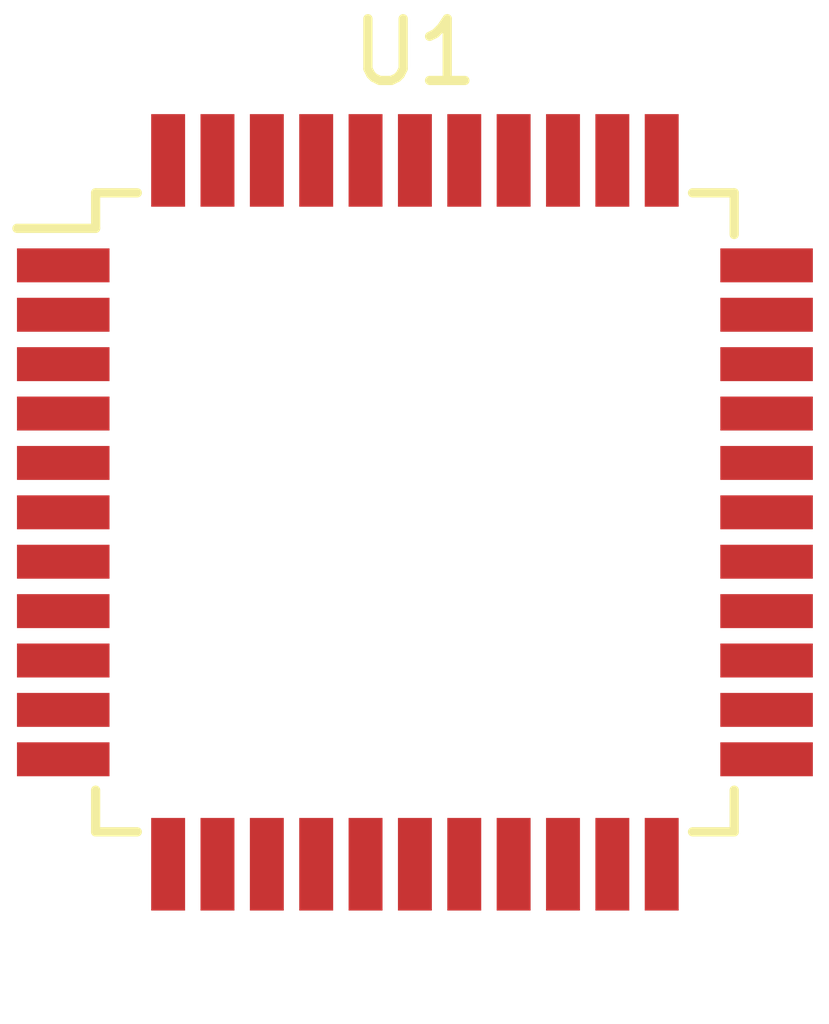
<source format=kicad_pcb>
(kicad_pcb (version 20211014) (generator pcbnew)
  (layers (0 "F.Cu" signal) (31 "B.Cu" signal) (34 "B.Paste" user) (35 "F.Paste" user) (36 "B.SilkS" user "B.Silkscreen") (37 "F.SilkS" user "F.Silkscreen") (38 "B.Mask" user) (39 "F.Mask" user) (44 "Edge.Cuts" user))
  (net 0 "")
  (net 2 "+5V")
  (net 3 "Net-(R4-Pad1)")
  (net 4 "Net-(R3-Pad1)")
  (net 5 "Net-(C6-Pad1)")
  (net 11 "RST")
  (net 12 "Net-(C3-Pad1)")
  (net 13 "Net-(C2-Pad1)")
  (net 27 "Net-(R7-Pad2)")
  (footprint "Package_QFP:TQFP-44_10x10mm_P0.8mm" (layer "F.Cu") (at 266.7 30.48)
    (fp_text reference "U1" (at 0 -7.45) (layer "F.SilkS"))
    (fp_text value "ATmega32U4-A")
    (fp_line (start -5.175 -5.175) (end -4.5 -5.175) (layer "F.SilkS") (width 0.15))
    (fp_line (start -5.175 5.175) (end -4.5 5.175) (layer "F.SilkS") (width 0.15))
    (fp_line (start 5.175 -5.175) (end 5.175 -4.5) (layer "F.SilkS") (width 0.15))
    (fp_line (start -5.175 -5.175) (end -5.175 -4.6) (layer "F.SilkS") (width 0.15))
    (fp_line (start 5.175 5.175) (end 5.175 4.5) (layer "F.SilkS") (width 0.15))
    (fp_line (start 5.175 -5.175) (end 4.5 -5.175) (layer "F.SilkS") (width 0.15))
    (fp_line (start -5.175 -4.6) (end -6.45 -4.6) (layer "F.SilkS") (width 0.15))
    (fp_line (start -5.175 5.175) (end -5.175 4.5) (layer "F.SilkS") (width 0.15))
    (fp_line (start 5.175 5.175) (end 4.5 5.175) (layer "F.SilkS") (width 0.15))
    (pad "1" smd rect (at -5.7 -4) (size 1.5 0.55) (layers "F.Cu" "F.Paste" "F.Mask"))
    (pad "2" smd rect (at -5.7 -3.2) (size 1.5 0.55) (layers "F.Cu" "F.Paste" "F.Mask") (net 2 "+5V"))
    (pad "3" smd rect (at -5.7 -2.4) (size 1.5 0.55) (layers "F.Cu" "F.Paste" "F.Mask") (net 3 "Net-(R4-Pad1)"))
    (pad "4" smd rect (at -5.7 -1.6) (size 1.5 0.55) (layers "F.Cu" "F.Paste" "F.Mask") (net 4 "Net-(R3-Pad1)"))
    (pad "5" smd rect (at -5.7 -0.8) (size 1.5 0.55) (layers "F.Cu" "F.Paste" "F.Mask") (net 2 "+5V"))
    (pad "6" smd rect (at -5.7 0) (size 1.5 0.55) (layers "F.Cu" "F.Paste" "F.Mask") (net 5 "Net-(C6-Pad1)"))
    (pad "7" smd rect (at -5.7 0.8) (size 1.5 0.55) (layers "F.Cu" "F.Paste" "F.Mask") (net 2 "+5V"))
    (pad "8" smd rect (at -5.7 1.6) (size 1.5 0.55) (layers "F.Cu" "F.Paste" "F.Mask"))
    (pad "9" smd rect (at -5.7 2.4) (size 1.5 0.55) (layers "F.Cu" "F.Paste" "F.Mask"))
    (pad "10" smd rect (at -5.7 3.2) (size 1.5 0.55) (layers "F.Cu" "F.Paste" "F.Mask"))
    (pad "11" smd rect (at -5.7 4) (size 1.5 0.55) (layers "F.Cu" "F.Paste" "F.Mask"))
    (pad "12" smd rect (at -4 5.7 90) (size 1.5 0.55) (layers "F.Cu" "F.Paste" "F.Mask"))
    (pad "13" smd rect (at -3.2 5.7 90) (size 1.5 0.55) (layers "F.Cu" "F.Paste" "F.Mask") (net 11 "RST"))
    (pad "14" smd rect (at -2.4 5.7 90) (size 1.5 0.55) (layers "F.Cu" "F.Paste" "F.Mask") (net 2 "+5V"))
    (pad "15" smd rect (at -1.6 5.7 90) (size 1.5 0.55) (layers "F.Cu" "F.Paste" "F.Mask") (net 2 "+5V"))
    (pad "16" smd rect (at -0.8 5.7 90) (size 1.5 0.55) (layers "F.Cu" "F.Paste" "F.Mask") (net 12 "Net-(C3-Pad1)"))
    (pad "17" smd rect (at 0 5.7 90) (size 1.5 0.55) (layers "F.Cu" "F.Paste" "F.Mask") (net 13 "Net-(C2-Pad1)"))
    (pad "18" smd rect (at 0.8 5.7 90) (size 1.5 0.55) (layers "F.Cu" "F.Paste" "F.Mask"))
    (pad "19" smd rect (at 1.6 5.7 90) (size 1.5 0.55) (layers "F.Cu" "F.Paste" "F.Mask"))
    (pad "20" smd rect (at 2.4 5.7 90) (size 1.5 0.55) (layers "F.Cu" "F.Paste" "F.Mask"))
    (pad "21" smd rect (at 3.2 5.7 90) (size 1.5 0.55) (layers "F.Cu" "F.Paste" "F.Mask"))
    (pad "22" smd rect (at 4 5.7 90) (size 1.5 0.55) (layers "F.Cu" "F.Paste" "F.Mask"))
    (pad "23" smd rect (at 5.7 4) (size 1.5 0.55) (layers "F.Cu" "F.Paste" "F.Mask") (net 2 "+5V"))
    (pad "24" smd rect (at 5.7 3.2) (size 1.5 0.55) (layers "F.Cu" "F.Paste" "F.Mask") (net 2 "+5V"))
    (pad "25" smd rect (at 5.7 2.4) (size 1.5 0.55) (layers "F.Cu" "F.Paste" "F.Mask"))
    (pad "26" smd rect (at 5.7 1.6) (size 1.5 0.55) (layers "F.Cu" "F.Paste" "F.Mask"))
    (pad "27" smd rect (at 5.7 0.8) (size 1.5 0.55) (layers "F.Cu" "F.Paste" "F.Mask"))
    (pad "28" smd rect (at 5.7 0) (size 1.5 0.55) (layers "F.Cu" "F.Paste" "F.Mask"))
    (pad "29" smd rect (at 5.7 -0.8) (size 1.5 0.55) (layers "F.Cu" "F.Paste" "F.Mask"))
    (pad "30" smd rect (at 5.7 -1.6) (size 1.5 0.55) (layers "F.Cu" "F.Paste" "F.Mask"))
    (pad "31" smd rect (at 5.7 -2.4) (size 1.5 0.55) (layers "F.Cu" "F.Paste" "F.Mask"))
    (pad "32" smd rect (at 5.7 -3.2) (size 1.5 0.55) (layers "F.Cu" "F.Paste" "F.Mask"))
    (pad "33" smd rect (at 5.7 -4) (size 1.5 0.55) (layers "F.Cu" "F.Paste" "F.Mask") (net 27 "Net-(R7-Pad2)"))
    (pad "34" smd rect (at 4 -5.7 90) (size 1.5 0.55) (layers "F.Cu" "F.Paste" "F.Mask") (net 2 "+5V"))
    (pad "35" smd rect (at 3.2 -5.7 90) (size 1.5 0.55) (layers "F.Cu" "F.Paste" "F.Mask") (net 2 "+5V"))
    (pad "36" smd rect (at 2.4 -5.7 90) (size 1.5 0.55) (layers "F.Cu" "F.Paste" "F.Mask"))
    (pad "37" smd rect (at 1.6 -5.7 90) (size 1.5 0.55) (layers "F.Cu" "F.Paste" "F.Mask"))
    (pad "38" smd rect (at 0.8 -5.7 90) (size 1.5 0.55) (layers "F.Cu" "F.Paste" "F.Mask"))
    (pad "39" smd rect (at 0 -5.7 90) (size 1.5 0.55) (layers "F.Cu" "F.Paste" "F.Mask"))
    (pad "40" smd rect (at -0.8 -5.7 90) (size 1.5 0.55) (layers "F.Cu" "F.Paste" "F.Mask"))
    (pad "41" smd rect (at -1.6 -5.7 90) (size 1.5 0.55) (layers "F.Cu" "F.Paste" "F.Mask"))
    (pad "42" smd rect (at -2.4 -5.7 90) (size 1.5 0.55) (layers "F.Cu" "F.Paste" "F.Mask"))
    (pad "43" smd rect (at -3.2 -5.7 90) (size 1.5 0.55) (layers "F.Cu" "F.Paste" "F.Mask") (net 2 "+5V"))
    (pad "44" smd rect (at -4 -5.7 90) (size 1.5 0.55) (layers "F.Cu" "F.Paste" "F.Mask") (net 2 "+5V"))
  )
)
</source>
